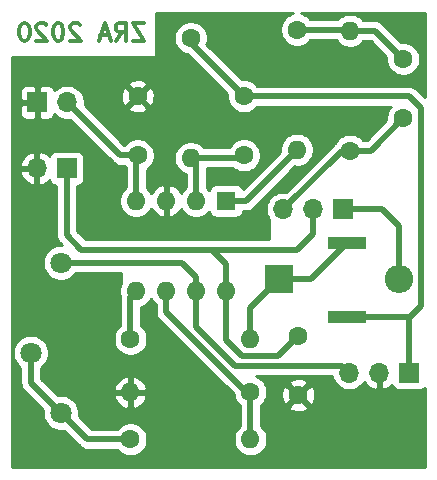
<source format=gbr>
%TF.GenerationSoftware,KiCad,Pcbnew,5.1.7*%
%TF.CreationDate,2020-10-29T20:50:23-04:00*%
%TF.ProjectId,zero_resistance_ammeter,7a65726f-5f72-4657-9369-7374616e6365,rev?*%
%TF.SameCoordinates,PX903e450PY3a5d680*%
%TF.FileFunction,Copper,L2,Bot*%
%TF.FilePolarity,Positive*%
%FSLAX46Y46*%
G04 Gerber Fmt 4.6, Leading zero omitted, Abs format (unit mm)*
G04 Created by KiCad (PCBNEW 5.1.7) date 2020-10-29 20:50:23*
%MOMM*%
%LPD*%
G01*
G04 APERTURE LIST*
%TA.AperFunction,NonConductor*%
%ADD10C,0.300000*%
%TD*%
%TA.AperFunction,ComponentPad*%
%ADD11O,1.700000X1.700000*%
%TD*%
%TA.AperFunction,ComponentPad*%
%ADD12R,1.700000X1.700000*%
%TD*%
%TA.AperFunction,ComponentPad*%
%ADD13C,1.800000*%
%TD*%
%TA.AperFunction,ComponentPad*%
%ADD14C,1.600000*%
%TD*%
%TA.AperFunction,ComponentPad*%
%ADD15R,2.400000X2.400000*%
%TD*%
%TA.AperFunction,ComponentPad*%
%ADD16O,2.400000X2.400000*%
%TD*%
%TA.AperFunction,ComponentPad*%
%ADD17O,1.600000X1.600000*%
%TD*%
%TA.AperFunction,SMDPad,CuDef*%
%ADD18R,3.200000X1.000000*%
%TD*%
%TA.AperFunction,ComponentPad*%
%ADD19R,1.600000X1.600000*%
%TD*%
%TA.AperFunction,Conductor*%
%ADD20C,0.500000*%
%TD*%
%TA.AperFunction,Conductor*%
%ADD21C,0.254000*%
%TD*%
%TA.AperFunction,Conductor*%
%ADD22C,0.100000*%
%TD*%
G04 APERTURE END LIST*
D10*
X-24428572Y-1478571D02*
X-25428572Y-1478571D01*
X-24428572Y-2978571D01*
X-25428572Y-2978571D01*
X-26857143Y-2978571D02*
X-26357143Y-2264285D01*
X-26000000Y-2978571D02*
X-26000000Y-1478571D01*
X-26571429Y-1478571D01*
X-26714286Y-1550000D01*
X-26785715Y-1621428D01*
X-26857143Y-1764285D01*
X-26857143Y-1978571D01*
X-26785715Y-2121428D01*
X-26714286Y-2192857D01*
X-26571429Y-2264285D01*
X-26000000Y-2264285D01*
X-27428572Y-2550000D02*
X-28142858Y-2550000D01*
X-27285715Y-2978571D02*
X-27785715Y-1478571D01*
X-28285715Y-2978571D01*
X-29857143Y-1621428D02*
X-29928572Y-1550000D01*
X-30071429Y-1478571D01*
X-30428572Y-1478571D01*
X-30571429Y-1550000D01*
X-30642858Y-1621428D01*
X-30714286Y-1764285D01*
X-30714286Y-1907142D01*
X-30642858Y-2121428D01*
X-29785715Y-2978571D01*
X-30714286Y-2978571D01*
X-31642858Y-1478571D02*
X-31785715Y-1478571D01*
X-31928572Y-1550000D01*
X-32000000Y-1621428D01*
X-32071429Y-1764285D01*
X-32142858Y-2050000D01*
X-32142858Y-2407142D01*
X-32071429Y-2692857D01*
X-32000000Y-2835714D01*
X-31928572Y-2907142D01*
X-31785715Y-2978571D01*
X-31642858Y-2978571D01*
X-31500000Y-2907142D01*
X-31428572Y-2835714D01*
X-31357143Y-2692857D01*
X-31285715Y-2407142D01*
X-31285715Y-2050000D01*
X-31357143Y-1764285D01*
X-31428572Y-1621428D01*
X-31500000Y-1550000D01*
X-31642858Y-1478571D01*
X-32714286Y-1621428D02*
X-32785715Y-1550000D01*
X-32928572Y-1478571D01*
X-33285715Y-1478571D01*
X-33428572Y-1550000D01*
X-33500000Y-1621428D01*
X-33571429Y-1764285D01*
X-33571429Y-1907142D01*
X-33500000Y-2121428D01*
X-32642858Y-2978571D01*
X-33571429Y-2978571D01*
X-34500000Y-1478571D02*
X-34642858Y-1478571D01*
X-34785715Y-1550000D01*
X-34857143Y-1621428D01*
X-34928572Y-1764285D01*
X-35000000Y-2050000D01*
X-35000000Y-2407142D01*
X-34928572Y-2692857D01*
X-34857143Y-2835714D01*
X-34785715Y-2907142D01*
X-34642858Y-2978571D01*
X-34500000Y-2978571D01*
X-34357143Y-2907142D01*
X-34285715Y-2835714D01*
X-34214286Y-2692857D01*
X-34142858Y-2407142D01*
X-34142858Y-2050000D01*
X-34214286Y-1764285D01*
X-34285715Y-1621428D01*
X-34357143Y-1550000D01*
X-34500000Y-1478571D01*
D11*
%TO.P,J1,3*%
%TO.N,Net-(J1-Pad3)*%
X-7080000Y-31100000D03*
%TO.P,J1,2*%
%TO.N,GND*%
X-4540000Y-31100000D03*
D12*
%TO.P,J1,1*%
%TO.N,Net-(C4-Pad2)*%
X-2000000Y-31100000D03*
%TD*%
D13*
%TO.P,RV1,1*%
%TO.N,Net-(J1-Pad3)*%
X-31500000Y-21800000D03*
%TO.P,RV1,2*%
%TO.N,Net-(R7-Pad1)*%
X-34040000Y-29420000D03*
%TO.P,RV1,3*%
X-31500000Y-34500000D03*
%TD*%
D12*
%TO.P,BT1,1*%
%TO.N,+BATT*%
X-31000000Y-13800000D03*
D11*
%TO.P,BT1,2*%
%TO.N,GND*%
X-33540000Y-13800000D03*
%TD*%
%TO.P,BT2,2*%
%TO.N,-BATT*%
X-30960000Y-8200000D03*
D12*
%TO.P,BT2,1*%
%TO.N,GND*%
X-33500000Y-8200000D03*
%TD*%
D14*
%TO.P,C1,2*%
%TO.N,GND*%
X-11400000Y-33000000D03*
%TO.P,C1,1*%
%TO.N,+BATT*%
X-11400000Y-28000000D03*
%TD*%
%TO.P,C2,2*%
%TO.N,-BATT*%
X-25000000Y-12700000D03*
%TO.P,C2,1*%
%TO.N,GND*%
X-25000000Y-7700000D03*
%TD*%
%TO.P,C3,1*%
%TO.N,Net-(C3-Pad1)*%
X-2500000Y-4550000D03*
%TO.P,C3,2*%
%TO.N,Net-(C3-Pad2)*%
X-2500000Y-9550000D03*
%TD*%
%TO.P,C4,1*%
%TO.N,Net-(C4-Pad1)*%
X-16000000Y-12700000D03*
%TO.P,C4,2*%
%TO.N,Net-(C4-Pad2)*%
X-16000000Y-7700000D03*
%TD*%
D15*
%TO.P,D1,1*%
%TO.N,Net-(D1-Pad1)*%
X-13000000Y-23200000D03*
D16*
%TO.P,D1,2*%
%TO.N,Net-(D1-Pad2)*%
X-2840000Y-23200000D03*
%TD*%
D12*
%TO.P,Q1,1*%
%TO.N,Net-(D1-Pad2)*%
X-7600000Y-17250000D03*
D11*
%TO.P,Q1,2*%
%TO.N,+BATT*%
X-10140000Y-17250000D03*
%TO.P,Q1,3*%
%TO.N,Net-(C3-Pad2)*%
X-12680000Y-17250000D03*
%TD*%
D14*
%TO.P,R1,1*%
%TO.N,Net-(C3-Pad1)*%
X-11500000Y-2050000D03*
D17*
%TO.P,R1,2*%
%TO.N,Net-(R1-Pad2)*%
X-11500000Y-12210000D03*
%TD*%
%TO.P,R2,2*%
%TO.N,Net-(C3-Pad1)*%
X-7000000Y-2140000D03*
D14*
%TO.P,R2,1*%
%TO.N,Net-(C3-Pad2)*%
X-7000000Y-12300000D03*
%TD*%
D17*
%TO.P,R3,2*%
%TO.N,Net-(C4-Pad1)*%
X-20500000Y-12910000D03*
D14*
%TO.P,R3,1*%
%TO.N,Net-(C4-Pad2)*%
X-20500000Y-2750000D03*
%TD*%
D18*
%TO.P,R4,2*%
%TO.N,Net-(C4-Pad2)*%
X-7300000Y-26350000D03*
%TO.P,R4,1*%
%TO.N,Net-(D1-Pad1)*%
X-7300000Y-20150000D03*
%TD*%
D17*
%TO.P,R5,2*%
%TO.N,Net-(D1-Pad1)*%
X-15440000Y-28250000D03*
D14*
%TO.P,R5,1*%
%TO.N,Net-(R5-Pad1)*%
X-25600000Y-28250000D03*
%TD*%
%TO.P,R6,1*%
%TO.N,Net-(R6-Pad1)*%
X-15450000Y-32750000D03*
D17*
%TO.P,R6,2*%
%TO.N,GND*%
X-25610000Y-32750000D03*
%TD*%
D14*
%TO.P,R7,1*%
%TO.N,Net-(R7-Pad1)*%
X-25600000Y-36750000D03*
D17*
%TO.P,R7,2*%
%TO.N,Net-(R6-Pad1)*%
X-15440000Y-36750000D03*
%TD*%
D19*
%TO.P,U1,1*%
%TO.N,Net-(R1-Pad2)*%
X-17500000Y-16550000D03*
D17*
%TO.P,U1,5*%
%TO.N,Net-(R5-Pad1)*%
X-25120000Y-24170000D03*
%TO.P,U1,2*%
%TO.N,Net-(C4-Pad1)*%
X-20040000Y-16550000D03*
%TO.P,U1,6*%
%TO.N,Net-(R6-Pad1)*%
X-22580000Y-24170000D03*
%TO.P,U1,3*%
%TO.N,GND*%
X-22580000Y-16550000D03*
%TO.P,U1,7*%
%TO.N,Net-(J1-Pad3)*%
X-20040000Y-24170000D03*
%TO.P,U1,4*%
%TO.N,-BATT*%
X-25120000Y-16550000D03*
%TO.P,U1,8*%
%TO.N,+BATT*%
X-17500000Y-24170000D03*
%TD*%
D20*
%TO.N,+BATT*%
X-31000000Y-13800000D02*
X-31000000Y-19450000D01*
X-31000000Y-19450000D02*
X-29750000Y-20700000D01*
X-17500000Y-21900000D02*
X-17500000Y-24170000D01*
X-18700000Y-20700000D02*
X-17500000Y-21900000D01*
X-19050000Y-20700000D02*
X-18700000Y-20700000D01*
X-29750000Y-20700000D02*
X-19050000Y-20700000D01*
X-11500000Y-20700000D02*
X-19050000Y-20700000D01*
X-10140000Y-19340000D02*
X-11500000Y-20700000D01*
X-10140000Y-17250000D02*
X-10140000Y-19340000D01*
X-13100000Y-29700000D02*
X-11400000Y-28000000D01*
X-16150000Y-29700000D02*
X-13100000Y-29700000D01*
X-17500000Y-28350000D02*
X-16150000Y-29700000D01*
X-17500000Y-24170000D02*
X-17500000Y-28350000D01*
%TO.N,-BATT*%
X-25120000Y-12320000D02*
X-25000000Y-12200000D01*
X-25120000Y-12820000D02*
X-25000000Y-12700000D01*
X-25120000Y-16550000D02*
X-25120000Y-12820000D01*
X-26460000Y-12700000D02*
X-30960000Y-8200000D01*
X-25000000Y-12700000D02*
X-26460000Y-12700000D01*
%TO.N,Net-(C3-Pad1)*%
X-7090000Y-2050000D02*
X-7000000Y-2140000D01*
X-11500000Y-2050000D02*
X-7090000Y-2050000D01*
X-4910000Y-2140000D02*
X-2500000Y-4550000D01*
X-7000000Y-2140000D02*
X-4910000Y-2140000D01*
%TO.N,Net-(C3-Pad2)*%
X-5250000Y-12300000D02*
X-2500000Y-9550000D01*
X-7000000Y-12300000D02*
X-5250000Y-12300000D01*
X-7730000Y-12300000D02*
X-12680000Y-17250000D01*
X-7000000Y-12300000D02*
X-7730000Y-12300000D01*
%TO.N,Net-(C4-Pad1)*%
X-20040000Y-13370000D02*
X-20500000Y-12910000D01*
X-20040000Y-16550000D02*
X-20040000Y-13370000D01*
X-16210000Y-12910000D02*
X-16000000Y-12700000D01*
X-20500000Y-12910000D02*
X-16210000Y-12910000D01*
%TO.N,Net-(C4-Pad2)*%
X-20500000Y-3200000D02*
X-16000000Y-7700000D01*
X-20500000Y-2750000D02*
X-20500000Y-3200000D01*
X-1900000Y-26350000D02*
X-7300000Y-26350000D01*
X-1000000Y-25450000D02*
X-1900000Y-26350000D01*
X-1000000Y-8700000D02*
X-1000000Y-25450000D01*
X-2000000Y-7700000D02*
X-1000000Y-8700000D01*
X-16000000Y-7700000D02*
X-2000000Y-7700000D01*
X-2000000Y-26450000D02*
X-1900000Y-26350000D01*
X-2000000Y-31100000D02*
X-2000000Y-26450000D01*
%TO.N,Net-(D1-Pad1)*%
X-10350000Y-23200000D02*
X-7300000Y-20150000D01*
X-13000000Y-23200000D02*
X-10350000Y-23200000D01*
X-15440000Y-25640000D02*
X-13000000Y-23200000D01*
X-15440000Y-28250000D02*
X-15440000Y-25640000D01*
%TO.N,Net-(D1-Pad2)*%
X-2840000Y-23200000D02*
X-2840000Y-18710000D01*
X-4300000Y-17250000D02*
X-7600000Y-17250000D01*
X-2840000Y-18710000D02*
X-4300000Y-17250000D01*
%TO.N,Net-(J1-Pad3)*%
X-20040000Y-24170000D02*
X-20040000Y-23010000D01*
X-21250000Y-21800000D02*
X-31500000Y-21800000D01*
X-20040000Y-23010000D02*
X-21250000Y-21800000D01*
X-20040000Y-27210000D02*
X-20040000Y-24170000D01*
X-16750000Y-30500000D02*
X-20040000Y-27210000D01*
X-7680000Y-30500000D02*
X-16750000Y-30500000D01*
X-7080000Y-31100000D02*
X-7680000Y-30500000D01*
%TO.N,Net-(R1-Pad2)*%
X-15840000Y-16550000D02*
X-11500000Y-12210000D01*
X-17500000Y-16550000D02*
X-15840000Y-16550000D01*
%TO.N,Net-(R5-Pad1)*%
X-25600000Y-24650000D02*
X-25120000Y-24170000D01*
X-25600000Y-28250000D02*
X-25600000Y-24650000D01*
%TO.N,Net-(R6-Pad1)*%
X-15440000Y-32760000D02*
X-15450000Y-32750000D01*
X-15440000Y-36750000D02*
X-15440000Y-32760000D01*
X-22580000Y-25970000D02*
X-22580000Y-24170000D01*
X-15800000Y-32750000D02*
X-22580000Y-25970000D01*
X-15450000Y-32750000D02*
X-15800000Y-32750000D01*
%TO.N,Net-(R7-Pad1)*%
X-34040000Y-31960000D02*
X-31500000Y-34500000D01*
X-34040000Y-29420000D02*
X-34040000Y-31960000D01*
X-29250000Y-36750000D02*
X-31500000Y-34500000D01*
X-25600000Y-36750000D02*
X-29250000Y-36750000D01*
%TD*%
D21*
%TO.N,GND*%
X-11918574Y-670147D02*
X-12179727Y-778320D01*
X-12414759Y-935363D01*
X-12614637Y-1135241D01*
X-12771680Y-1370273D01*
X-12879853Y-1631426D01*
X-12935000Y-1908665D01*
X-12935000Y-2191335D01*
X-12879853Y-2468574D01*
X-12771680Y-2729727D01*
X-12614637Y-2964759D01*
X-12414759Y-3164637D01*
X-12179727Y-3321680D01*
X-11918574Y-3429853D01*
X-11641335Y-3485000D01*
X-11358665Y-3485000D01*
X-11081426Y-3429853D01*
X-10820273Y-3321680D01*
X-10585241Y-3164637D01*
X-10385363Y-2964759D01*
X-10365479Y-2935000D01*
X-8194657Y-2935000D01*
X-8114637Y-3054759D01*
X-7914759Y-3254637D01*
X-7679727Y-3411680D01*
X-7418574Y-3519853D01*
X-7141335Y-3575000D01*
X-6858665Y-3575000D01*
X-6581426Y-3519853D01*
X-6320273Y-3411680D01*
X-6085241Y-3254637D01*
X-5885363Y-3054759D01*
X-5865479Y-3025000D01*
X-5276578Y-3025000D01*
X-3928017Y-4373561D01*
X-3935000Y-4408665D01*
X-3935000Y-4691335D01*
X-3879853Y-4968574D01*
X-3771680Y-5229727D01*
X-3614637Y-5464759D01*
X-3414759Y-5664637D01*
X-3179727Y-5821680D01*
X-2918574Y-5929853D01*
X-2641335Y-5985000D01*
X-2358665Y-5985000D01*
X-2081426Y-5929853D01*
X-1820273Y-5821680D01*
X-1585241Y-5664637D01*
X-1385363Y-5464759D01*
X-1228320Y-5229727D01*
X-1120147Y-4968574D01*
X-1065000Y-4691335D01*
X-1065000Y-4408665D01*
X-1120147Y-4131426D01*
X-1228320Y-3870273D01*
X-1385363Y-3635241D01*
X-1585241Y-3435363D01*
X-1820273Y-3278320D01*
X-2081426Y-3170147D01*
X-2358665Y-3115000D01*
X-2641335Y-3115000D01*
X-2676439Y-3121983D01*
X-4253468Y-1544954D01*
X-4281183Y-1511183D01*
X-4415941Y-1400589D01*
X-4569687Y-1318411D01*
X-4736510Y-1267805D01*
X-4866523Y-1255000D01*
X-4866531Y-1255000D01*
X-4910000Y-1250719D01*
X-4953469Y-1255000D01*
X-5865479Y-1255000D01*
X-5885363Y-1225241D01*
X-6085241Y-1025363D01*
X-6320273Y-868320D01*
X-6581426Y-760147D01*
X-6858665Y-705000D01*
X-7141335Y-705000D01*
X-7418574Y-760147D01*
X-7679727Y-868320D01*
X-7914759Y-1025363D01*
X-8054396Y-1165000D01*
X-10365479Y-1165000D01*
X-10385363Y-1135241D01*
X-10585241Y-935363D01*
X-10820273Y-778320D01*
X-11081426Y-670147D01*
X-11132438Y-660000D01*
X-660000Y-660000D01*
X-660000Y-7788421D01*
X-1343466Y-7104956D01*
X-1371183Y-7071183D01*
X-1505941Y-6960589D01*
X-1659687Y-6878411D01*
X-1826510Y-6827805D01*
X-1956523Y-6815000D01*
X-1956531Y-6815000D01*
X-2000000Y-6810719D01*
X-2043469Y-6815000D01*
X-14865479Y-6815000D01*
X-14885363Y-6785241D01*
X-15085241Y-6585363D01*
X-15320273Y-6428320D01*
X-15581426Y-6320147D01*
X-15858665Y-6265000D01*
X-16141335Y-6265000D01*
X-16176439Y-6271983D01*
X-19166922Y-3281500D01*
X-19120147Y-3168574D01*
X-19065000Y-2891335D01*
X-19065000Y-2608665D01*
X-19120147Y-2331426D01*
X-19228320Y-2070273D01*
X-19385363Y-1835241D01*
X-19585241Y-1635363D01*
X-19820273Y-1478320D01*
X-20081426Y-1370147D01*
X-20358665Y-1315000D01*
X-20641335Y-1315000D01*
X-20918574Y-1370147D01*
X-21179727Y-1478320D01*
X-21414759Y-1635363D01*
X-21614637Y-1835241D01*
X-21771680Y-2070273D01*
X-21879853Y-2331426D01*
X-21935000Y-2608665D01*
X-21935000Y-2891335D01*
X-21879853Y-3168574D01*
X-21771680Y-3429727D01*
X-21614637Y-3664759D01*
X-21414759Y-3864637D01*
X-21179727Y-4021680D01*
X-20918574Y-4129853D01*
X-20797677Y-4153901D01*
X-17428017Y-7523561D01*
X-17435000Y-7558665D01*
X-17435000Y-7841335D01*
X-17379853Y-8118574D01*
X-17271680Y-8379727D01*
X-17114637Y-8614759D01*
X-16914759Y-8814637D01*
X-16679727Y-8971680D01*
X-16418574Y-9079853D01*
X-16141335Y-9135000D01*
X-15858665Y-9135000D01*
X-15581426Y-9079853D01*
X-15320273Y-8971680D01*
X-15085241Y-8814637D01*
X-14885363Y-8614759D01*
X-14865479Y-8585000D01*
X-3564396Y-8585000D01*
X-3614637Y-8635241D01*
X-3771680Y-8870273D01*
X-3879853Y-9131426D01*
X-3935000Y-9408665D01*
X-3935000Y-9691335D01*
X-3928017Y-9726439D01*
X-5616578Y-11415000D01*
X-5865479Y-11415000D01*
X-5885363Y-11385241D01*
X-6085241Y-11185363D01*
X-6320273Y-11028320D01*
X-6581426Y-10920147D01*
X-6858665Y-10865000D01*
X-7141335Y-10865000D01*
X-7418574Y-10920147D01*
X-7679727Y-11028320D01*
X-7914759Y-11185363D01*
X-8114637Y-11385241D01*
X-8241200Y-11574657D01*
X-8325047Y-11643468D01*
X-8325049Y-11643470D01*
X-8358817Y-11671183D01*
X-8386530Y-11704951D01*
X-12461039Y-15779461D01*
X-12533740Y-15765000D01*
X-12826260Y-15765000D01*
X-13113158Y-15822068D01*
X-13383411Y-15934010D01*
X-13626632Y-16096525D01*
X-13833475Y-16303368D01*
X-13995990Y-16546589D01*
X-14107932Y-16816842D01*
X-14165000Y-17103740D01*
X-14165000Y-17396260D01*
X-14107932Y-17683158D01*
X-13995990Y-17953411D01*
X-13877000Y-18131492D01*
X-13877000Y-19815000D01*
X-18656531Y-19815000D01*
X-18700000Y-19810719D01*
X-18743469Y-19815000D01*
X-29383421Y-19815000D01*
X-30115000Y-19083422D01*
X-30115000Y-15284625D01*
X-30025518Y-15275812D01*
X-29905820Y-15239502D01*
X-29795506Y-15180537D01*
X-29698815Y-15101185D01*
X-29619463Y-15004494D01*
X-29560498Y-14894180D01*
X-29524188Y-14774482D01*
X-29511928Y-14650000D01*
X-29511928Y-12950000D01*
X-29524188Y-12825518D01*
X-29560498Y-12705820D01*
X-29619463Y-12595506D01*
X-29698815Y-12498815D01*
X-29795506Y-12419463D01*
X-29905820Y-12360498D01*
X-30025518Y-12324188D01*
X-30150000Y-12311928D01*
X-31850000Y-12311928D01*
X-31974482Y-12324188D01*
X-32094180Y-12360498D01*
X-32204494Y-12419463D01*
X-32301185Y-12498815D01*
X-32380537Y-12595506D01*
X-32439502Y-12705820D01*
X-32463966Y-12786466D01*
X-32539731Y-12702412D01*
X-32773080Y-12528359D01*
X-33035901Y-12403175D01*
X-33183110Y-12358524D01*
X-33413000Y-12479845D01*
X-33413000Y-13673000D01*
X-33393000Y-13673000D01*
X-33393000Y-13927000D01*
X-33413000Y-13927000D01*
X-33413000Y-15120155D01*
X-33183110Y-15241476D01*
X-33035901Y-15196825D01*
X-32773080Y-15071641D01*
X-32539731Y-14897588D01*
X-32463966Y-14813534D01*
X-32439502Y-14894180D01*
X-32380537Y-15004494D01*
X-32301185Y-15101185D01*
X-32204494Y-15180537D01*
X-32094180Y-15239502D01*
X-31974482Y-15275812D01*
X-31885000Y-15284625D01*
X-31884999Y-19406521D01*
X-31889281Y-19450000D01*
X-31872195Y-19623490D01*
X-31821588Y-19790313D01*
X-31739410Y-19944059D01*
X-31656532Y-20045046D01*
X-31656529Y-20045049D01*
X-31628816Y-20078817D01*
X-31595049Y-20106529D01*
X-31436578Y-20265000D01*
X-31651184Y-20265000D01*
X-31947743Y-20323989D01*
X-32227095Y-20439701D01*
X-32478505Y-20607688D01*
X-32692312Y-20821495D01*
X-32860299Y-21072905D01*
X-32976011Y-21352257D01*
X-33035000Y-21648816D01*
X-33035000Y-21951184D01*
X-32976011Y-22247743D01*
X-32860299Y-22527095D01*
X-32692312Y-22778505D01*
X-32478505Y-22992312D01*
X-32227095Y-23160299D01*
X-31947743Y-23276011D01*
X-31651184Y-23335000D01*
X-31348816Y-23335000D01*
X-31052257Y-23276011D01*
X-30772905Y-23160299D01*
X-30521495Y-22992312D01*
X-30307688Y-22778505D01*
X-30245210Y-22685000D01*
X-26377000Y-22685000D01*
X-26377000Y-23468303D01*
X-26391680Y-23490273D01*
X-26499853Y-23751426D01*
X-26555000Y-24028665D01*
X-26555000Y-24311335D01*
X-26499853Y-24588574D01*
X-26486424Y-24620994D01*
X-26489281Y-24650000D01*
X-26484999Y-24693479D01*
X-26485000Y-27115479D01*
X-26514759Y-27135363D01*
X-26714637Y-27335241D01*
X-26871680Y-27570273D01*
X-26979853Y-27831426D01*
X-27035000Y-28108665D01*
X-27035000Y-28391335D01*
X-26979853Y-28668574D01*
X-26871680Y-28929727D01*
X-26714637Y-29164759D01*
X-26514759Y-29364637D01*
X-26279727Y-29521680D01*
X-26018574Y-29629853D01*
X-25741335Y-29685000D01*
X-25458665Y-29685000D01*
X-25181426Y-29629853D01*
X-24920273Y-29521680D01*
X-24685241Y-29364637D01*
X-24485363Y-29164759D01*
X-24328320Y-28929727D01*
X-24220147Y-28668574D01*
X-24165000Y-28391335D01*
X-24165000Y-28108665D01*
X-24220147Y-27831426D01*
X-24328320Y-27570273D01*
X-24485363Y-27335241D01*
X-24685241Y-27135363D01*
X-24715000Y-27115479D01*
X-24715000Y-25552553D01*
X-24701426Y-25549853D01*
X-24440273Y-25441680D01*
X-24205241Y-25284637D01*
X-24005363Y-25084759D01*
X-23850000Y-24852241D01*
X-23694637Y-25084759D01*
X-23494759Y-25284637D01*
X-23465000Y-25304522D01*
X-23465000Y-25926531D01*
X-23469281Y-25970000D01*
X-23465000Y-26013469D01*
X-23465000Y-26013476D01*
X-23455524Y-26109687D01*
X-23452195Y-26143490D01*
X-23436843Y-26194096D01*
X-23401589Y-26310312D01*
X-23319411Y-26464058D01*
X-23208817Y-26598817D01*
X-23175044Y-26626534D01*
X-16878732Y-32922847D01*
X-16829853Y-33168574D01*
X-16721680Y-33429727D01*
X-16564637Y-33664759D01*
X-16364759Y-33864637D01*
X-16324999Y-33891204D01*
X-16325000Y-35615479D01*
X-16354759Y-35635363D01*
X-16554637Y-35835241D01*
X-16711680Y-36070273D01*
X-16819853Y-36331426D01*
X-16875000Y-36608665D01*
X-16875000Y-36891335D01*
X-16819853Y-37168574D01*
X-16711680Y-37429727D01*
X-16554637Y-37664759D01*
X-16354759Y-37864637D01*
X-16119727Y-38021680D01*
X-15858574Y-38129853D01*
X-15581335Y-38185000D01*
X-15298665Y-38185000D01*
X-15021426Y-38129853D01*
X-14760273Y-38021680D01*
X-14525241Y-37864637D01*
X-14325363Y-37664759D01*
X-14168320Y-37429727D01*
X-14060147Y-37168574D01*
X-14005000Y-36891335D01*
X-14005000Y-36608665D01*
X-14060147Y-36331426D01*
X-14168320Y-36070273D01*
X-14325363Y-35835241D01*
X-14525241Y-35635363D01*
X-14555000Y-35615479D01*
X-14555000Y-33992702D01*
X-12213097Y-33992702D01*
X-12141514Y-34236671D01*
X-11886004Y-34357571D01*
X-11611816Y-34426300D01*
X-11329488Y-34440217D01*
X-11049870Y-34398787D01*
X-10783708Y-34303603D01*
X-10658486Y-34236671D01*
X-10586903Y-33992702D01*
X-11400000Y-33179605D01*
X-12213097Y-33992702D01*
X-14555000Y-33992702D01*
X-14555000Y-33877840D01*
X-14535241Y-33864637D01*
X-14335363Y-33664759D01*
X-14178320Y-33429727D01*
X-14070147Y-33168574D01*
X-14050641Y-33070512D01*
X-12840217Y-33070512D01*
X-12798787Y-33350130D01*
X-12703603Y-33616292D01*
X-12636671Y-33741514D01*
X-12392702Y-33813097D01*
X-11579605Y-33000000D01*
X-11220395Y-33000000D01*
X-10407298Y-33813097D01*
X-10163329Y-33741514D01*
X-10042429Y-33486004D01*
X-9973700Y-33211816D01*
X-9959783Y-32929488D01*
X-10001213Y-32649870D01*
X-10096397Y-32383708D01*
X-10163329Y-32258486D01*
X-10407298Y-32186903D01*
X-11220395Y-33000000D01*
X-11579605Y-33000000D01*
X-12392702Y-32186903D01*
X-12636671Y-32258486D01*
X-12757571Y-32513996D01*
X-12826300Y-32788184D01*
X-12840217Y-33070512D01*
X-14050641Y-33070512D01*
X-14015000Y-32891335D01*
X-14015000Y-32608665D01*
X-14070147Y-32331426D01*
X-14178320Y-32070273D01*
X-14220398Y-32007298D01*
X-12213097Y-32007298D01*
X-11400000Y-32820395D01*
X-10586903Y-32007298D01*
X-10658486Y-31763329D01*
X-10913996Y-31642429D01*
X-11188184Y-31573700D01*
X-11470512Y-31559783D01*
X-11750130Y-31601213D01*
X-12016292Y-31696397D01*
X-12141514Y-31763329D01*
X-12213097Y-32007298D01*
X-14220398Y-32007298D01*
X-14335363Y-31835241D01*
X-14535241Y-31635363D01*
X-14770273Y-31478320D01*
X-14995568Y-31385000D01*
X-8537403Y-31385000D01*
X-8507932Y-31533158D01*
X-8395990Y-31803411D01*
X-8233475Y-32046632D01*
X-8026632Y-32253475D01*
X-7783411Y-32415990D01*
X-7513158Y-32527932D01*
X-7226260Y-32585000D01*
X-6933740Y-32585000D01*
X-6646842Y-32527932D01*
X-6376589Y-32415990D01*
X-6133368Y-32253475D01*
X-5926525Y-32046632D01*
X-5804805Y-31864466D01*
X-5735178Y-31981355D01*
X-5540269Y-32197588D01*
X-5306920Y-32371641D01*
X-5044099Y-32496825D01*
X-4896890Y-32541476D01*
X-4667000Y-32420155D01*
X-4667000Y-31227000D01*
X-4687000Y-31227000D01*
X-4687000Y-30973000D01*
X-4667000Y-30973000D01*
X-4667000Y-30953000D01*
X-4413000Y-30953000D01*
X-4413000Y-30973000D01*
X-4393000Y-30973000D01*
X-4393000Y-31227000D01*
X-4413000Y-31227000D01*
X-4413000Y-32420155D01*
X-4183110Y-32541476D01*
X-4035901Y-32496825D01*
X-3773080Y-32371641D01*
X-3539731Y-32197588D01*
X-3463966Y-32113534D01*
X-3439502Y-32194180D01*
X-3380537Y-32304494D01*
X-3301185Y-32401185D01*
X-3204494Y-32480537D01*
X-3094180Y-32539502D01*
X-2974482Y-32575812D01*
X-2850000Y-32588072D01*
X-1150000Y-32588072D01*
X-1025518Y-32575812D01*
X-905820Y-32539502D01*
X-795506Y-32480537D01*
X-698815Y-32401185D01*
X-659999Y-32353888D01*
X-659999Y-39090000D01*
X-35640000Y-39090000D01*
X-35640000Y-29268816D01*
X-35575000Y-29268816D01*
X-35575000Y-29571184D01*
X-35516011Y-29867743D01*
X-35400299Y-30147095D01*
X-35232312Y-30398505D01*
X-35018505Y-30612312D01*
X-34925000Y-30674790D01*
X-34924999Y-31916521D01*
X-34929281Y-31960000D01*
X-34912195Y-32133490D01*
X-34861588Y-32300313D01*
X-34779410Y-32454059D01*
X-34696532Y-32555046D01*
X-34696529Y-32555049D01*
X-34668816Y-32588817D01*
X-34635049Y-32616529D01*
X-33013060Y-34238518D01*
X-33035000Y-34348816D01*
X-33035000Y-34651184D01*
X-32976011Y-34947743D01*
X-32860299Y-35227095D01*
X-32692312Y-35478505D01*
X-32478505Y-35692312D01*
X-32227095Y-35860299D01*
X-31947743Y-35976011D01*
X-31651184Y-36035000D01*
X-31348816Y-36035000D01*
X-31238518Y-36013060D01*
X-29906530Y-37345049D01*
X-29878817Y-37378817D01*
X-29845049Y-37406530D01*
X-29845047Y-37406532D01*
X-29744059Y-37489411D01*
X-29590314Y-37571589D01*
X-29423490Y-37622195D01*
X-29293477Y-37635000D01*
X-29293469Y-37635000D01*
X-29250000Y-37639281D01*
X-29206531Y-37635000D01*
X-26734521Y-37635000D01*
X-26714637Y-37664759D01*
X-26514759Y-37864637D01*
X-26279727Y-38021680D01*
X-26018574Y-38129853D01*
X-25741335Y-38185000D01*
X-25458665Y-38185000D01*
X-25181426Y-38129853D01*
X-24920273Y-38021680D01*
X-24685241Y-37864637D01*
X-24485363Y-37664759D01*
X-24328320Y-37429727D01*
X-24220147Y-37168574D01*
X-24165000Y-36891335D01*
X-24165000Y-36608665D01*
X-24220147Y-36331426D01*
X-24328320Y-36070273D01*
X-24485363Y-35835241D01*
X-24685241Y-35635363D01*
X-24920273Y-35478320D01*
X-25181426Y-35370147D01*
X-25458665Y-35315000D01*
X-25741335Y-35315000D01*
X-26018574Y-35370147D01*
X-26279727Y-35478320D01*
X-26514759Y-35635363D01*
X-26714637Y-35835241D01*
X-26734521Y-35865000D01*
X-28883421Y-35865000D01*
X-29986940Y-34761482D01*
X-29965000Y-34651184D01*
X-29965000Y-34348816D01*
X-30023989Y-34052257D01*
X-30139701Y-33772905D01*
X-30307688Y-33521495D01*
X-30521495Y-33307688D01*
X-30772905Y-33139701D01*
X-30871071Y-33099039D01*
X-27001904Y-33099039D01*
X-26961246Y-33233087D01*
X-26841037Y-33487420D01*
X-26673519Y-33713414D01*
X-26465131Y-33902385D01*
X-26223881Y-34047070D01*
X-25959040Y-34141909D01*
X-25737000Y-34020624D01*
X-25737000Y-32877000D01*
X-25483000Y-32877000D01*
X-25483000Y-34020624D01*
X-25260960Y-34141909D01*
X-24996119Y-34047070D01*
X-24754869Y-33902385D01*
X-24546481Y-33713414D01*
X-24378963Y-33487420D01*
X-24258754Y-33233087D01*
X-24218096Y-33099039D01*
X-24340085Y-32877000D01*
X-25483000Y-32877000D01*
X-25737000Y-32877000D01*
X-26879915Y-32877000D01*
X-27001904Y-33099039D01*
X-30871071Y-33099039D01*
X-31052257Y-33023989D01*
X-31348816Y-32965000D01*
X-31651184Y-32965000D01*
X-31761482Y-32986940D01*
X-32347461Y-32400961D01*
X-27001904Y-32400961D01*
X-26879915Y-32623000D01*
X-25737000Y-32623000D01*
X-25737000Y-31479376D01*
X-25483000Y-31479376D01*
X-25483000Y-32623000D01*
X-24340085Y-32623000D01*
X-24218096Y-32400961D01*
X-24258754Y-32266913D01*
X-24378963Y-32012580D01*
X-24546481Y-31786586D01*
X-24754869Y-31597615D01*
X-24996119Y-31452930D01*
X-25260960Y-31358091D01*
X-25483000Y-31479376D01*
X-25737000Y-31479376D01*
X-25959040Y-31358091D01*
X-26223881Y-31452930D01*
X-26465131Y-31597615D01*
X-26673519Y-31786586D01*
X-26841037Y-32012580D01*
X-26961246Y-32266913D01*
X-27001904Y-32400961D01*
X-32347461Y-32400961D01*
X-33155000Y-31593422D01*
X-33155000Y-30674790D01*
X-33061495Y-30612312D01*
X-32847688Y-30398505D01*
X-32679701Y-30147095D01*
X-32563989Y-29867743D01*
X-32505000Y-29571184D01*
X-32505000Y-29268816D01*
X-32563989Y-28972257D01*
X-32679701Y-28692905D01*
X-32847688Y-28441495D01*
X-33061495Y-28227688D01*
X-33312905Y-28059701D01*
X-33592257Y-27943989D01*
X-33888816Y-27885000D01*
X-34191184Y-27885000D01*
X-34487743Y-27943989D01*
X-34767095Y-28059701D01*
X-35018505Y-28227688D01*
X-35232312Y-28441495D01*
X-35400299Y-28692905D01*
X-35516011Y-28972257D01*
X-35575000Y-29268816D01*
X-35640000Y-29268816D01*
X-35640000Y-14156891D01*
X-34981481Y-14156891D01*
X-34884157Y-14431252D01*
X-34735178Y-14681355D01*
X-34540269Y-14897588D01*
X-34306920Y-15071641D01*
X-34044099Y-15196825D01*
X-33896890Y-15241476D01*
X-33667000Y-15120155D01*
X-33667000Y-13927000D01*
X-34860814Y-13927000D01*
X-34981481Y-14156891D01*
X-35640000Y-14156891D01*
X-35640000Y-13443109D01*
X-34981481Y-13443109D01*
X-34860814Y-13673000D01*
X-33667000Y-13673000D01*
X-33667000Y-12479845D01*
X-33896890Y-12358524D01*
X-34044099Y-12403175D01*
X-34306920Y-12528359D01*
X-34540269Y-12702412D01*
X-34735178Y-12918645D01*
X-34884157Y-13168748D01*
X-34981481Y-13443109D01*
X-35640000Y-13443109D01*
X-35640000Y-9050000D01*
X-34988072Y-9050000D01*
X-34975812Y-9174482D01*
X-34939502Y-9294180D01*
X-34880537Y-9404494D01*
X-34801185Y-9501185D01*
X-34704494Y-9580537D01*
X-34594180Y-9639502D01*
X-34474482Y-9675812D01*
X-34350000Y-9688072D01*
X-33785750Y-9685000D01*
X-33627000Y-9526250D01*
X-33627000Y-8327000D01*
X-34826250Y-8327000D01*
X-34985000Y-8485750D01*
X-34988072Y-9050000D01*
X-35640000Y-9050000D01*
X-35640000Y-7350000D01*
X-34988072Y-7350000D01*
X-34985000Y-7914250D01*
X-34826250Y-8073000D01*
X-33627000Y-8073000D01*
X-33627000Y-6873750D01*
X-33373000Y-6873750D01*
X-33373000Y-8073000D01*
X-33353000Y-8073000D01*
X-33353000Y-8327000D01*
X-33373000Y-8327000D01*
X-33373000Y-9526250D01*
X-33214250Y-9685000D01*
X-32650000Y-9688072D01*
X-32525518Y-9675812D01*
X-32405820Y-9639502D01*
X-32295506Y-9580537D01*
X-32198815Y-9501185D01*
X-32119463Y-9404494D01*
X-32060498Y-9294180D01*
X-32038487Y-9221620D01*
X-31906632Y-9353475D01*
X-31663411Y-9515990D01*
X-31393158Y-9627932D01*
X-31106260Y-9685000D01*
X-30813740Y-9685000D01*
X-30741039Y-9670539D01*
X-27116530Y-13295049D01*
X-27088817Y-13328817D01*
X-27055049Y-13356530D01*
X-27055047Y-13356532D01*
X-27038637Y-13369999D01*
X-26954059Y-13439411D01*
X-26800313Y-13521589D01*
X-26633490Y-13572195D01*
X-26503477Y-13585000D01*
X-26503467Y-13585000D01*
X-26460001Y-13589281D01*
X-26416534Y-13585000D01*
X-26134521Y-13585000D01*
X-26114637Y-13614759D01*
X-26004999Y-13724397D01*
X-26005000Y-15415479D01*
X-26034759Y-15435363D01*
X-26234637Y-15635241D01*
X-26391680Y-15870273D01*
X-26499853Y-16131426D01*
X-26555000Y-16408665D01*
X-26555000Y-16691335D01*
X-26499853Y-16968574D01*
X-26391680Y-17229727D01*
X-26234637Y-17464759D01*
X-26034759Y-17664637D01*
X-25799727Y-17821680D01*
X-25538574Y-17929853D01*
X-25261335Y-17985000D01*
X-24978665Y-17985000D01*
X-24701426Y-17929853D01*
X-24440273Y-17821680D01*
X-24205241Y-17664637D01*
X-24005363Y-17464759D01*
X-23848320Y-17229727D01*
X-23843933Y-17219135D01*
X-23732385Y-17405131D01*
X-23543414Y-17613519D01*
X-23317420Y-17781037D01*
X-23063087Y-17901246D01*
X-22929039Y-17941904D01*
X-22707000Y-17819915D01*
X-22707000Y-16677000D01*
X-22727000Y-16677000D01*
X-22727000Y-16423000D01*
X-22707000Y-16423000D01*
X-22707000Y-15280085D01*
X-22453000Y-15280085D01*
X-22453000Y-16423000D01*
X-22433000Y-16423000D01*
X-22433000Y-16677000D01*
X-22453000Y-16677000D01*
X-22453000Y-17819915D01*
X-22230961Y-17941904D01*
X-22096913Y-17901246D01*
X-21842580Y-17781037D01*
X-21616586Y-17613519D01*
X-21427615Y-17405131D01*
X-21316067Y-17219135D01*
X-21311680Y-17229727D01*
X-21154637Y-17464759D01*
X-20954759Y-17664637D01*
X-20719727Y-17821680D01*
X-20458574Y-17929853D01*
X-20181335Y-17985000D01*
X-19898665Y-17985000D01*
X-19621426Y-17929853D01*
X-19360273Y-17821680D01*
X-19125241Y-17664637D01*
X-18926643Y-17466039D01*
X-18925812Y-17474482D01*
X-18889502Y-17594180D01*
X-18830537Y-17704494D01*
X-18751185Y-17801185D01*
X-18654494Y-17880537D01*
X-18544180Y-17939502D01*
X-18424482Y-17975812D01*
X-18300000Y-17988072D01*
X-16700000Y-17988072D01*
X-16575518Y-17975812D01*
X-16455820Y-17939502D01*
X-16345506Y-17880537D01*
X-16248815Y-17801185D01*
X-16169463Y-17704494D01*
X-16110498Y-17594180D01*
X-16074188Y-17474482D01*
X-16070299Y-17435000D01*
X-15883469Y-17435000D01*
X-15840000Y-17439281D01*
X-15796531Y-17435000D01*
X-15796523Y-17435000D01*
X-15666510Y-17422195D01*
X-15499687Y-17371589D01*
X-15345941Y-17289411D01*
X-15211183Y-17178817D01*
X-15183466Y-17145044D01*
X-11676439Y-13638017D01*
X-11641335Y-13645000D01*
X-11358665Y-13645000D01*
X-11081426Y-13589853D01*
X-10820273Y-13481680D01*
X-10585241Y-13324637D01*
X-10385363Y-13124759D01*
X-10228320Y-12889727D01*
X-10120147Y-12628574D01*
X-10065000Y-12351335D01*
X-10065000Y-12068665D01*
X-10120147Y-11791426D01*
X-10228320Y-11530273D01*
X-10385363Y-11295241D01*
X-10585241Y-11095363D01*
X-10820273Y-10938320D01*
X-11081426Y-10830147D01*
X-11358665Y-10775000D01*
X-11641335Y-10775000D01*
X-11918574Y-10830147D01*
X-12179727Y-10938320D01*
X-12414759Y-11095363D01*
X-12614637Y-11295241D01*
X-12771680Y-11530273D01*
X-12879853Y-11791426D01*
X-12935000Y-12068665D01*
X-12935000Y-12351335D01*
X-12928017Y-12386439D01*
X-16095812Y-15554234D01*
X-16110498Y-15505820D01*
X-16169463Y-15395506D01*
X-16248815Y-15298815D01*
X-16345506Y-15219463D01*
X-16455820Y-15160498D01*
X-16575518Y-15124188D01*
X-16700000Y-15111928D01*
X-18300000Y-15111928D01*
X-18424482Y-15124188D01*
X-18544180Y-15160498D01*
X-18654494Y-15219463D01*
X-18751185Y-15298815D01*
X-18830537Y-15395506D01*
X-18889502Y-15505820D01*
X-18925812Y-15625518D01*
X-18926643Y-15633961D01*
X-19125241Y-15435363D01*
X-19155000Y-15415479D01*
X-19155000Y-13795000D01*
X-16934396Y-13795000D01*
X-16914759Y-13814637D01*
X-16679727Y-13971680D01*
X-16418574Y-14079853D01*
X-16141335Y-14135000D01*
X-15858665Y-14135000D01*
X-15581426Y-14079853D01*
X-15320273Y-13971680D01*
X-15085241Y-13814637D01*
X-14885363Y-13614759D01*
X-14728320Y-13379727D01*
X-14620147Y-13118574D01*
X-14565000Y-12841335D01*
X-14565000Y-12558665D01*
X-14620147Y-12281426D01*
X-14728320Y-12020273D01*
X-14885363Y-11785241D01*
X-15085241Y-11585363D01*
X-15320273Y-11428320D01*
X-15581426Y-11320147D01*
X-15858665Y-11265000D01*
X-16141335Y-11265000D01*
X-16418574Y-11320147D01*
X-16679727Y-11428320D01*
X-16914759Y-11585363D01*
X-17114637Y-11785241D01*
X-17271680Y-12020273D01*
X-17273638Y-12025000D01*
X-19365479Y-12025000D01*
X-19385363Y-11995241D01*
X-19585241Y-11795363D01*
X-19820273Y-11638320D01*
X-20081426Y-11530147D01*
X-20358665Y-11475000D01*
X-20641335Y-11475000D01*
X-20918574Y-11530147D01*
X-21179727Y-11638320D01*
X-21414759Y-11795363D01*
X-21614637Y-11995241D01*
X-21771680Y-12230273D01*
X-21879853Y-12491426D01*
X-21935000Y-12768665D01*
X-21935000Y-13051335D01*
X-21879853Y-13328574D01*
X-21771680Y-13589727D01*
X-21614637Y-13824759D01*
X-21414759Y-14024637D01*
X-21179727Y-14181680D01*
X-20924999Y-14287192D01*
X-20925000Y-15415478D01*
X-20954759Y-15435363D01*
X-21154637Y-15635241D01*
X-21311680Y-15870273D01*
X-21316067Y-15880865D01*
X-21427615Y-15694869D01*
X-21616586Y-15486481D01*
X-21842580Y-15318963D01*
X-22096913Y-15198754D01*
X-22230961Y-15158096D01*
X-22453000Y-15280085D01*
X-22707000Y-15280085D01*
X-22929039Y-15158096D01*
X-23063087Y-15198754D01*
X-23317420Y-15318963D01*
X-23543414Y-15486481D01*
X-23732385Y-15694869D01*
X-23843933Y-15880865D01*
X-23848320Y-15870273D01*
X-24005363Y-15635241D01*
X-24205241Y-15435363D01*
X-24235000Y-15415479D01*
X-24235000Y-13914703D01*
X-24085241Y-13814637D01*
X-23885363Y-13614759D01*
X-23728320Y-13379727D01*
X-23620147Y-13118574D01*
X-23565000Y-12841335D01*
X-23565000Y-12558665D01*
X-23620147Y-12281426D01*
X-23728320Y-12020273D01*
X-23885363Y-11785241D01*
X-24085241Y-11585363D01*
X-24320273Y-11428320D01*
X-24581426Y-11320147D01*
X-24858665Y-11265000D01*
X-25141335Y-11265000D01*
X-25418574Y-11320147D01*
X-25679727Y-11428320D01*
X-25914759Y-11585363D01*
X-26114637Y-11785241D01*
X-26118059Y-11790362D01*
X-29215719Y-8692702D01*
X-25813097Y-8692702D01*
X-25741514Y-8936671D01*
X-25486004Y-9057571D01*
X-25211816Y-9126300D01*
X-24929488Y-9140217D01*
X-24649870Y-9098787D01*
X-24383708Y-9003603D01*
X-24258486Y-8936671D01*
X-24186903Y-8692702D01*
X-25000000Y-7879605D01*
X-25813097Y-8692702D01*
X-29215719Y-8692702D01*
X-29489461Y-8418961D01*
X-29475000Y-8346260D01*
X-29475000Y-8053740D01*
X-29531337Y-7770512D01*
X-26440217Y-7770512D01*
X-26398787Y-8050130D01*
X-26303603Y-8316292D01*
X-26236671Y-8441514D01*
X-25992702Y-8513097D01*
X-25179605Y-7700000D01*
X-24820395Y-7700000D01*
X-24007298Y-8513097D01*
X-23763329Y-8441514D01*
X-23642429Y-8186004D01*
X-23573700Y-7911816D01*
X-23559783Y-7629488D01*
X-23601213Y-7349870D01*
X-23696397Y-7083708D01*
X-23763329Y-6958486D01*
X-24007298Y-6886903D01*
X-24820395Y-7700000D01*
X-25179605Y-7700000D01*
X-25992702Y-6886903D01*
X-26236671Y-6958486D01*
X-26357571Y-7213996D01*
X-26426300Y-7488184D01*
X-26440217Y-7770512D01*
X-29531337Y-7770512D01*
X-29532068Y-7766842D01*
X-29644010Y-7496589D01*
X-29806525Y-7253368D01*
X-30013368Y-7046525D01*
X-30256589Y-6884010D01*
X-30526842Y-6772068D01*
X-30813740Y-6715000D01*
X-31106260Y-6715000D01*
X-31393158Y-6772068D01*
X-31663411Y-6884010D01*
X-31906632Y-7046525D01*
X-32038487Y-7178380D01*
X-32060498Y-7105820D01*
X-32119463Y-6995506D01*
X-32198815Y-6898815D01*
X-32295506Y-6819463D01*
X-32405820Y-6760498D01*
X-32525518Y-6724188D01*
X-32650000Y-6711928D01*
X-33214250Y-6715000D01*
X-33373000Y-6873750D01*
X-33627000Y-6873750D01*
X-33785750Y-6715000D01*
X-34350000Y-6711928D01*
X-34474482Y-6724188D01*
X-34594180Y-6760498D01*
X-34704494Y-6819463D01*
X-34801185Y-6898815D01*
X-34880537Y-6995506D01*
X-34939502Y-7105820D01*
X-34975812Y-7225518D01*
X-34988072Y-7350000D01*
X-35640000Y-7350000D01*
X-35640000Y-6707298D01*
X-25813097Y-6707298D01*
X-25000000Y-7520395D01*
X-24186903Y-6707298D01*
X-24258486Y-6463329D01*
X-24513996Y-6342429D01*
X-24788184Y-6273700D01*
X-25070512Y-6259783D01*
X-25350130Y-6301213D01*
X-25616292Y-6396397D01*
X-25741514Y-6463329D01*
X-25813097Y-6707298D01*
X-35640000Y-6707298D01*
X-35640000Y-4330000D01*
X-23429285Y-4330000D01*
X-23429285Y-660000D01*
X-11867562Y-660000D01*
X-11918574Y-670147D01*
%TA.AperFunction,Conductor*%
D22*
G36*
X-11918574Y-670147D02*
G01*
X-12179727Y-778320D01*
X-12414759Y-935363D01*
X-12614637Y-1135241D01*
X-12771680Y-1370273D01*
X-12879853Y-1631426D01*
X-12935000Y-1908665D01*
X-12935000Y-2191335D01*
X-12879853Y-2468574D01*
X-12771680Y-2729727D01*
X-12614637Y-2964759D01*
X-12414759Y-3164637D01*
X-12179727Y-3321680D01*
X-11918574Y-3429853D01*
X-11641335Y-3485000D01*
X-11358665Y-3485000D01*
X-11081426Y-3429853D01*
X-10820273Y-3321680D01*
X-10585241Y-3164637D01*
X-10385363Y-2964759D01*
X-10365479Y-2935000D01*
X-8194657Y-2935000D01*
X-8114637Y-3054759D01*
X-7914759Y-3254637D01*
X-7679727Y-3411680D01*
X-7418574Y-3519853D01*
X-7141335Y-3575000D01*
X-6858665Y-3575000D01*
X-6581426Y-3519853D01*
X-6320273Y-3411680D01*
X-6085241Y-3254637D01*
X-5885363Y-3054759D01*
X-5865479Y-3025000D01*
X-5276578Y-3025000D01*
X-3928017Y-4373561D01*
X-3935000Y-4408665D01*
X-3935000Y-4691335D01*
X-3879853Y-4968574D01*
X-3771680Y-5229727D01*
X-3614637Y-5464759D01*
X-3414759Y-5664637D01*
X-3179727Y-5821680D01*
X-2918574Y-5929853D01*
X-2641335Y-5985000D01*
X-2358665Y-5985000D01*
X-2081426Y-5929853D01*
X-1820273Y-5821680D01*
X-1585241Y-5664637D01*
X-1385363Y-5464759D01*
X-1228320Y-5229727D01*
X-1120147Y-4968574D01*
X-1065000Y-4691335D01*
X-1065000Y-4408665D01*
X-1120147Y-4131426D01*
X-1228320Y-3870273D01*
X-1385363Y-3635241D01*
X-1585241Y-3435363D01*
X-1820273Y-3278320D01*
X-2081426Y-3170147D01*
X-2358665Y-3115000D01*
X-2641335Y-3115000D01*
X-2676439Y-3121983D01*
X-4253468Y-1544954D01*
X-4281183Y-1511183D01*
X-4415941Y-1400589D01*
X-4569687Y-1318411D01*
X-4736510Y-1267805D01*
X-4866523Y-1255000D01*
X-4866531Y-1255000D01*
X-4910000Y-1250719D01*
X-4953469Y-1255000D01*
X-5865479Y-1255000D01*
X-5885363Y-1225241D01*
X-6085241Y-1025363D01*
X-6320273Y-868320D01*
X-6581426Y-760147D01*
X-6858665Y-705000D01*
X-7141335Y-705000D01*
X-7418574Y-760147D01*
X-7679727Y-868320D01*
X-7914759Y-1025363D01*
X-8054396Y-1165000D01*
X-10365479Y-1165000D01*
X-10385363Y-1135241D01*
X-10585241Y-935363D01*
X-10820273Y-778320D01*
X-11081426Y-670147D01*
X-11132438Y-660000D01*
X-660000Y-660000D01*
X-660000Y-7788421D01*
X-1343466Y-7104956D01*
X-1371183Y-7071183D01*
X-1505941Y-6960589D01*
X-1659687Y-6878411D01*
X-1826510Y-6827805D01*
X-1956523Y-6815000D01*
X-1956531Y-6815000D01*
X-2000000Y-6810719D01*
X-2043469Y-6815000D01*
X-14865479Y-6815000D01*
X-14885363Y-6785241D01*
X-15085241Y-6585363D01*
X-15320273Y-6428320D01*
X-15581426Y-6320147D01*
X-15858665Y-6265000D01*
X-16141335Y-6265000D01*
X-16176439Y-6271983D01*
X-19166922Y-3281500D01*
X-19120147Y-3168574D01*
X-19065000Y-2891335D01*
X-19065000Y-2608665D01*
X-19120147Y-2331426D01*
X-19228320Y-2070273D01*
X-19385363Y-1835241D01*
X-19585241Y-1635363D01*
X-19820273Y-1478320D01*
X-20081426Y-1370147D01*
X-20358665Y-1315000D01*
X-20641335Y-1315000D01*
X-20918574Y-1370147D01*
X-21179727Y-1478320D01*
X-21414759Y-1635363D01*
X-21614637Y-1835241D01*
X-21771680Y-2070273D01*
X-21879853Y-2331426D01*
X-21935000Y-2608665D01*
X-21935000Y-2891335D01*
X-21879853Y-3168574D01*
X-21771680Y-3429727D01*
X-21614637Y-3664759D01*
X-21414759Y-3864637D01*
X-21179727Y-4021680D01*
X-20918574Y-4129853D01*
X-20797677Y-4153901D01*
X-17428017Y-7523561D01*
X-17435000Y-7558665D01*
X-17435000Y-7841335D01*
X-17379853Y-8118574D01*
X-17271680Y-8379727D01*
X-17114637Y-8614759D01*
X-16914759Y-8814637D01*
X-16679727Y-8971680D01*
X-16418574Y-9079853D01*
X-16141335Y-9135000D01*
X-15858665Y-9135000D01*
X-15581426Y-9079853D01*
X-15320273Y-8971680D01*
X-15085241Y-8814637D01*
X-14885363Y-8614759D01*
X-14865479Y-8585000D01*
X-3564396Y-8585000D01*
X-3614637Y-8635241D01*
X-3771680Y-8870273D01*
X-3879853Y-9131426D01*
X-3935000Y-9408665D01*
X-3935000Y-9691335D01*
X-3928017Y-9726439D01*
X-5616578Y-11415000D01*
X-5865479Y-11415000D01*
X-5885363Y-11385241D01*
X-6085241Y-11185363D01*
X-6320273Y-11028320D01*
X-6581426Y-10920147D01*
X-6858665Y-10865000D01*
X-7141335Y-10865000D01*
X-7418574Y-10920147D01*
X-7679727Y-11028320D01*
X-7914759Y-11185363D01*
X-8114637Y-11385241D01*
X-8241200Y-11574657D01*
X-8325047Y-11643468D01*
X-8325049Y-11643470D01*
X-8358817Y-11671183D01*
X-8386530Y-11704951D01*
X-12461039Y-15779461D01*
X-12533740Y-15765000D01*
X-12826260Y-15765000D01*
X-13113158Y-15822068D01*
X-13383411Y-15934010D01*
X-13626632Y-16096525D01*
X-13833475Y-16303368D01*
X-13995990Y-16546589D01*
X-14107932Y-16816842D01*
X-14165000Y-17103740D01*
X-14165000Y-17396260D01*
X-14107932Y-17683158D01*
X-13995990Y-17953411D01*
X-13877000Y-18131492D01*
X-13877000Y-19815000D01*
X-18656531Y-19815000D01*
X-18700000Y-19810719D01*
X-18743469Y-19815000D01*
X-29383421Y-19815000D01*
X-30115000Y-19083422D01*
X-30115000Y-15284625D01*
X-30025518Y-15275812D01*
X-29905820Y-15239502D01*
X-29795506Y-15180537D01*
X-29698815Y-15101185D01*
X-29619463Y-15004494D01*
X-29560498Y-14894180D01*
X-29524188Y-14774482D01*
X-29511928Y-14650000D01*
X-29511928Y-12950000D01*
X-29524188Y-12825518D01*
X-29560498Y-12705820D01*
X-29619463Y-12595506D01*
X-29698815Y-12498815D01*
X-29795506Y-12419463D01*
X-29905820Y-12360498D01*
X-30025518Y-12324188D01*
X-30150000Y-12311928D01*
X-31850000Y-12311928D01*
X-31974482Y-12324188D01*
X-32094180Y-12360498D01*
X-32204494Y-12419463D01*
X-32301185Y-12498815D01*
X-32380537Y-12595506D01*
X-32439502Y-12705820D01*
X-32463966Y-12786466D01*
X-32539731Y-12702412D01*
X-32773080Y-12528359D01*
X-33035901Y-12403175D01*
X-33183110Y-12358524D01*
X-33413000Y-12479845D01*
X-33413000Y-13673000D01*
X-33393000Y-13673000D01*
X-33393000Y-13927000D01*
X-33413000Y-13927000D01*
X-33413000Y-15120155D01*
X-33183110Y-15241476D01*
X-33035901Y-15196825D01*
X-32773080Y-15071641D01*
X-32539731Y-14897588D01*
X-32463966Y-14813534D01*
X-32439502Y-14894180D01*
X-32380537Y-15004494D01*
X-32301185Y-15101185D01*
X-32204494Y-15180537D01*
X-32094180Y-15239502D01*
X-31974482Y-15275812D01*
X-31885000Y-15284625D01*
X-31884999Y-19406521D01*
X-31889281Y-19450000D01*
X-31872195Y-19623490D01*
X-31821588Y-19790313D01*
X-31739410Y-19944059D01*
X-31656532Y-20045046D01*
X-31656529Y-20045049D01*
X-31628816Y-20078817D01*
X-31595049Y-20106529D01*
X-31436578Y-20265000D01*
X-31651184Y-20265000D01*
X-31947743Y-20323989D01*
X-32227095Y-20439701D01*
X-32478505Y-20607688D01*
X-32692312Y-20821495D01*
X-32860299Y-21072905D01*
X-32976011Y-21352257D01*
X-33035000Y-21648816D01*
X-33035000Y-21951184D01*
X-32976011Y-22247743D01*
X-32860299Y-22527095D01*
X-32692312Y-22778505D01*
X-32478505Y-22992312D01*
X-32227095Y-23160299D01*
X-31947743Y-23276011D01*
X-31651184Y-23335000D01*
X-31348816Y-23335000D01*
X-31052257Y-23276011D01*
X-30772905Y-23160299D01*
X-30521495Y-22992312D01*
X-30307688Y-22778505D01*
X-30245210Y-22685000D01*
X-26377000Y-22685000D01*
X-26377000Y-23468303D01*
X-26391680Y-23490273D01*
X-26499853Y-23751426D01*
X-26555000Y-24028665D01*
X-26555000Y-24311335D01*
X-26499853Y-24588574D01*
X-26486424Y-24620994D01*
X-26489281Y-24650000D01*
X-26484999Y-24693479D01*
X-26485000Y-27115479D01*
X-26514759Y-27135363D01*
X-26714637Y-27335241D01*
X-26871680Y-27570273D01*
X-26979853Y-27831426D01*
X-27035000Y-28108665D01*
X-27035000Y-28391335D01*
X-26979853Y-28668574D01*
X-26871680Y-28929727D01*
X-26714637Y-29164759D01*
X-26514759Y-29364637D01*
X-26279727Y-29521680D01*
X-26018574Y-29629853D01*
X-25741335Y-29685000D01*
X-25458665Y-29685000D01*
X-25181426Y-29629853D01*
X-24920273Y-29521680D01*
X-24685241Y-29364637D01*
X-24485363Y-29164759D01*
X-24328320Y-28929727D01*
X-24220147Y-28668574D01*
X-24165000Y-28391335D01*
X-24165000Y-28108665D01*
X-24220147Y-27831426D01*
X-24328320Y-27570273D01*
X-24485363Y-27335241D01*
X-24685241Y-27135363D01*
X-24715000Y-27115479D01*
X-24715000Y-25552553D01*
X-24701426Y-25549853D01*
X-24440273Y-25441680D01*
X-24205241Y-25284637D01*
X-24005363Y-25084759D01*
X-23850000Y-24852241D01*
X-23694637Y-25084759D01*
X-23494759Y-25284637D01*
X-23465000Y-25304522D01*
X-23465000Y-25926531D01*
X-23469281Y-25970000D01*
X-23465000Y-26013469D01*
X-23465000Y-26013476D01*
X-23455524Y-26109687D01*
X-23452195Y-26143490D01*
X-23436843Y-26194096D01*
X-23401589Y-26310312D01*
X-23319411Y-26464058D01*
X-23208817Y-26598817D01*
X-23175044Y-26626534D01*
X-16878732Y-32922847D01*
X-16829853Y-33168574D01*
X-16721680Y-33429727D01*
X-16564637Y-33664759D01*
X-16364759Y-33864637D01*
X-16324999Y-33891204D01*
X-16325000Y-35615479D01*
X-16354759Y-35635363D01*
X-16554637Y-35835241D01*
X-16711680Y-36070273D01*
X-16819853Y-36331426D01*
X-16875000Y-36608665D01*
X-16875000Y-36891335D01*
X-16819853Y-37168574D01*
X-16711680Y-37429727D01*
X-16554637Y-37664759D01*
X-16354759Y-37864637D01*
X-16119727Y-38021680D01*
X-15858574Y-38129853D01*
X-15581335Y-38185000D01*
X-15298665Y-38185000D01*
X-15021426Y-38129853D01*
X-14760273Y-38021680D01*
X-14525241Y-37864637D01*
X-14325363Y-37664759D01*
X-14168320Y-37429727D01*
X-14060147Y-37168574D01*
X-14005000Y-36891335D01*
X-14005000Y-36608665D01*
X-14060147Y-36331426D01*
X-14168320Y-36070273D01*
X-14325363Y-35835241D01*
X-14525241Y-35635363D01*
X-14555000Y-35615479D01*
X-14555000Y-33992702D01*
X-12213097Y-33992702D01*
X-12141514Y-34236671D01*
X-11886004Y-34357571D01*
X-11611816Y-34426300D01*
X-11329488Y-34440217D01*
X-11049870Y-34398787D01*
X-10783708Y-34303603D01*
X-10658486Y-34236671D01*
X-10586903Y-33992702D01*
X-11400000Y-33179605D01*
X-12213097Y-33992702D01*
X-14555000Y-33992702D01*
X-14555000Y-33877840D01*
X-14535241Y-33864637D01*
X-14335363Y-33664759D01*
X-14178320Y-33429727D01*
X-14070147Y-33168574D01*
X-14050641Y-33070512D01*
X-12840217Y-33070512D01*
X-12798787Y-33350130D01*
X-12703603Y-33616292D01*
X-12636671Y-33741514D01*
X-12392702Y-33813097D01*
X-11579605Y-33000000D01*
X-11220395Y-33000000D01*
X-10407298Y-33813097D01*
X-10163329Y-33741514D01*
X-10042429Y-33486004D01*
X-9973700Y-33211816D01*
X-9959783Y-32929488D01*
X-10001213Y-32649870D01*
X-10096397Y-32383708D01*
X-10163329Y-32258486D01*
X-10407298Y-32186903D01*
X-11220395Y-33000000D01*
X-11579605Y-33000000D01*
X-12392702Y-32186903D01*
X-12636671Y-32258486D01*
X-12757571Y-32513996D01*
X-12826300Y-32788184D01*
X-12840217Y-33070512D01*
X-14050641Y-33070512D01*
X-14015000Y-32891335D01*
X-14015000Y-32608665D01*
X-14070147Y-32331426D01*
X-14178320Y-32070273D01*
X-14220398Y-32007298D01*
X-12213097Y-32007298D01*
X-11400000Y-32820395D01*
X-10586903Y-32007298D01*
X-10658486Y-31763329D01*
X-10913996Y-31642429D01*
X-11188184Y-31573700D01*
X-11470512Y-31559783D01*
X-11750130Y-31601213D01*
X-12016292Y-31696397D01*
X-12141514Y-31763329D01*
X-12213097Y-32007298D01*
X-14220398Y-32007298D01*
X-14335363Y-31835241D01*
X-14535241Y-31635363D01*
X-14770273Y-31478320D01*
X-14995568Y-31385000D01*
X-8537403Y-31385000D01*
X-8507932Y-31533158D01*
X-8395990Y-31803411D01*
X-8233475Y-32046632D01*
X-8026632Y-32253475D01*
X-7783411Y-32415990D01*
X-7513158Y-32527932D01*
X-7226260Y-32585000D01*
X-6933740Y-32585000D01*
X-6646842Y-32527932D01*
X-6376589Y-32415990D01*
X-6133368Y-32253475D01*
X-5926525Y-32046632D01*
X-5804805Y-31864466D01*
X-5735178Y-31981355D01*
X-5540269Y-32197588D01*
X-5306920Y-32371641D01*
X-5044099Y-32496825D01*
X-4896890Y-32541476D01*
X-4667000Y-32420155D01*
X-4667000Y-31227000D01*
X-4687000Y-31227000D01*
X-4687000Y-30973000D01*
X-4667000Y-30973000D01*
X-4667000Y-30953000D01*
X-4413000Y-30953000D01*
X-4413000Y-30973000D01*
X-4393000Y-30973000D01*
X-4393000Y-31227000D01*
X-4413000Y-31227000D01*
X-4413000Y-32420155D01*
X-4183110Y-32541476D01*
X-4035901Y-32496825D01*
X-3773080Y-32371641D01*
X-3539731Y-32197588D01*
X-3463966Y-32113534D01*
X-3439502Y-32194180D01*
X-3380537Y-32304494D01*
X-3301185Y-32401185D01*
X-3204494Y-32480537D01*
X-3094180Y-32539502D01*
X-2974482Y-32575812D01*
X-2850000Y-32588072D01*
X-1150000Y-32588072D01*
X-1025518Y-32575812D01*
X-905820Y-32539502D01*
X-795506Y-32480537D01*
X-698815Y-32401185D01*
X-659999Y-32353888D01*
X-659999Y-39090000D01*
X-35640000Y-39090000D01*
X-35640000Y-29268816D01*
X-35575000Y-29268816D01*
X-35575000Y-29571184D01*
X-35516011Y-29867743D01*
X-35400299Y-30147095D01*
X-35232312Y-30398505D01*
X-35018505Y-30612312D01*
X-34925000Y-30674790D01*
X-34924999Y-31916521D01*
X-34929281Y-31960000D01*
X-34912195Y-32133490D01*
X-34861588Y-32300313D01*
X-34779410Y-32454059D01*
X-34696532Y-32555046D01*
X-34696529Y-32555049D01*
X-34668816Y-32588817D01*
X-34635049Y-32616529D01*
X-33013060Y-34238518D01*
X-33035000Y-34348816D01*
X-33035000Y-34651184D01*
X-32976011Y-34947743D01*
X-32860299Y-35227095D01*
X-32692312Y-35478505D01*
X-32478505Y-35692312D01*
X-32227095Y-35860299D01*
X-31947743Y-35976011D01*
X-31651184Y-36035000D01*
X-31348816Y-36035000D01*
X-31238518Y-36013060D01*
X-29906530Y-37345049D01*
X-29878817Y-37378817D01*
X-29845049Y-37406530D01*
X-29845047Y-37406532D01*
X-29744059Y-37489411D01*
X-29590314Y-37571589D01*
X-29423490Y-37622195D01*
X-29293477Y-37635000D01*
X-29293469Y-37635000D01*
X-29250000Y-37639281D01*
X-29206531Y-37635000D01*
X-26734521Y-37635000D01*
X-26714637Y-37664759D01*
X-26514759Y-37864637D01*
X-26279727Y-38021680D01*
X-26018574Y-38129853D01*
X-25741335Y-38185000D01*
X-25458665Y-38185000D01*
X-25181426Y-38129853D01*
X-24920273Y-38021680D01*
X-24685241Y-37864637D01*
X-24485363Y-37664759D01*
X-24328320Y-37429727D01*
X-24220147Y-37168574D01*
X-24165000Y-36891335D01*
X-24165000Y-36608665D01*
X-24220147Y-36331426D01*
X-24328320Y-36070273D01*
X-24485363Y-35835241D01*
X-24685241Y-35635363D01*
X-24920273Y-35478320D01*
X-25181426Y-35370147D01*
X-25458665Y-35315000D01*
X-25741335Y-35315000D01*
X-26018574Y-35370147D01*
X-26279727Y-35478320D01*
X-26514759Y-35635363D01*
X-26714637Y-35835241D01*
X-26734521Y-35865000D01*
X-28883421Y-35865000D01*
X-29986940Y-34761482D01*
X-29965000Y-34651184D01*
X-29965000Y-34348816D01*
X-30023989Y-34052257D01*
X-30139701Y-33772905D01*
X-30307688Y-33521495D01*
X-30521495Y-33307688D01*
X-30772905Y-33139701D01*
X-30871071Y-33099039D01*
X-27001904Y-33099039D01*
X-26961246Y-33233087D01*
X-26841037Y-33487420D01*
X-26673519Y-33713414D01*
X-26465131Y-33902385D01*
X-26223881Y-34047070D01*
X-25959040Y-34141909D01*
X-25737000Y-34020624D01*
X-25737000Y-32877000D01*
X-25483000Y-32877000D01*
X-25483000Y-34020624D01*
X-25260960Y-34141909D01*
X-24996119Y-34047070D01*
X-24754869Y-33902385D01*
X-24546481Y-33713414D01*
X-24378963Y-33487420D01*
X-24258754Y-33233087D01*
X-24218096Y-33099039D01*
X-24340085Y-32877000D01*
X-25483000Y-32877000D01*
X-25737000Y-32877000D01*
X-26879915Y-32877000D01*
X-27001904Y-33099039D01*
X-30871071Y-33099039D01*
X-31052257Y-33023989D01*
X-31348816Y-32965000D01*
X-31651184Y-32965000D01*
X-31761482Y-32986940D01*
X-32347461Y-32400961D01*
X-27001904Y-32400961D01*
X-26879915Y-32623000D01*
X-25737000Y-32623000D01*
X-25737000Y-31479376D01*
X-25483000Y-31479376D01*
X-25483000Y-32623000D01*
X-24340085Y-32623000D01*
X-24218096Y-32400961D01*
X-24258754Y-32266913D01*
X-24378963Y-32012580D01*
X-24546481Y-31786586D01*
X-24754869Y-31597615D01*
X-24996119Y-31452930D01*
X-25260960Y-31358091D01*
X-25483000Y-31479376D01*
X-25737000Y-31479376D01*
X-25959040Y-31358091D01*
X-26223881Y-31452930D01*
X-26465131Y-31597615D01*
X-26673519Y-31786586D01*
X-26841037Y-32012580D01*
X-26961246Y-32266913D01*
X-27001904Y-32400961D01*
X-32347461Y-32400961D01*
X-33155000Y-31593422D01*
X-33155000Y-30674790D01*
X-33061495Y-30612312D01*
X-32847688Y-30398505D01*
X-32679701Y-30147095D01*
X-32563989Y-29867743D01*
X-32505000Y-29571184D01*
X-32505000Y-29268816D01*
X-32563989Y-28972257D01*
X-32679701Y-28692905D01*
X-32847688Y-28441495D01*
X-33061495Y-28227688D01*
X-33312905Y-28059701D01*
X-33592257Y-27943989D01*
X-33888816Y-27885000D01*
X-34191184Y-27885000D01*
X-34487743Y-27943989D01*
X-34767095Y-28059701D01*
X-35018505Y-28227688D01*
X-35232312Y-28441495D01*
X-35400299Y-28692905D01*
X-35516011Y-28972257D01*
X-35575000Y-29268816D01*
X-35640000Y-29268816D01*
X-35640000Y-14156891D01*
X-34981481Y-14156891D01*
X-34884157Y-14431252D01*
X-34735178Y-14681355D01*
X-34540269Y-14897588D01*
X-34306920Y-15071641D01*
X-34044099Y-15196825D01*
X-33896890Y-15241476D01*
X-33667000Y-15120155D01*
X-33667000Y-13927000D01*
X-34860814Y-13927000D01*
X-34981481Y-14156891D01*
X-35640000Y-14156891D01*
X-35640000Y-13443109D01*
X-34981481Y-13443109D01*
X-34860814Y-13673000D01*
X-33667000Y-13673000D01*
X-33667000Y-12479845D01*
X-33896890Y-12358524D01*
X-34044099Y-12403175D01*
X-34306920Y-12528359D01*
X-34540269Y-12702412D01*
X-34735178Y-12918645D01*
X-34884157Y-13168748D01*
X-34981481Y-13443109D01*
X-35640000Y-13443109D01*
X-35640000Y-9050000D01*
X-34988072Y-9050000D01*
X-34975812Y-9174482D01*
X-34939502Y-9294180D01*
X-34880537Y-9404494D01*
X-34801185Y-9501185D01*
X-34704494Y-9580537D01*
X-34594180Y-9639502D01*
X-34474482Y-9675812D01*
X-34350000Y-9688072D01*
X-33785750Y-9685000D01*
X-33627000Y-9526250D01*
X-33627000Y-8327000D01*
X-34826250Y-8327000D01*
X-34985000Y-8485750D01*
X-34988072Y-9050000D01*
X-35640000Y-9050000D01*
X-35640000Y-7350000D01*
X-34988072Y-7350000D01*
X-34985000Y-7914250D01*
X-34826250Y-8073000D01*
X-33627000Y-8073000D01*
X-33627000Y-6873750D01*
X-33373000Y-6873750D01*
X-33373000Y-8073000D01*
X-33353000Y-8073000D01*
X-33353000Y-8327000D01*
X-33373000Y-8327000D01*
X-33373000Y-9526250D01*
X-33214250Y-9685000D01*
X-32650000Y-9688072D01*
X-32525518Y-9675812D01*
X-32405820Y-9639502D01*
X-32295506Y-9580537D01*
X-32198815Y-9501185D01*
X-32119463Y-9404494D01*
X-32060498Y-9294180D01*
X-32038487Y-9221620D01*
X-31906632Y-9353475D01*
X-31663411Y-9515990D01*
X-31393158Y-9627932D01*
X-31106260Y-9685000D01*
X-30813740Y-9685000D01*
X-30741039Y-9670539D01*
X-27116530Y-13295049D01*
X-27088817Y-13328817D01*
X-27055049Y-13356530D01*
X-27055047Y-13356532D01*
X-27038637Y-13369999D01*
X-26954059Y-13439411D01*
X-26800313Y-13521589D01*
X-26633490Y-13572195D01*
X-26503477Y-13585000D01*
X-26503467Y-13585000D01*
X-26460001Y-13589281D01*
X-26416534Y-13585000D01*
X-26134521Y-13585000D01*
X-26114637Y-13614759D01*
X-26004999Y-13724397D01*
X-26005000Y-15415479D01*
X-26034759Y-15435363D01*
X-26234637Y-15635241D01*
X-26391680Y-15870273D01*
X-26499853Y-16131426D01*
X-26555000Y-16408665D01*
X-26555000Y-16691335D01*
X-26499853Y-16968574D01*
X-26391680Y-17229727D01*
X-26234637Y-17464759D01*
X-26034759Y-17664637D01*
X-25799727Y-17821680D01*
X-25538574Y-17929853D01*
X-25261335Y-17985000D01*
X-24978665Y-17985000D01*
X-24701426Y-17929853D01*
X-24440273Y-17821680D01*
X-24205241Y-17664637D01*
X-24005363Y-17464759D01*
X-23848320Y-17229727D01*
X-23843933Y-17219135D01*
X-23732385Y-17405131D01*
X-23543414Y-17613519D01*
X-23317420Y-17781037D01*
X-23063087Y-17901246D01*
X-22929039Y-17941904D01*
X-22707000Y-17819915D01*
X-22707000Y-16677000D01*
X-22727000Y-16677000D01*
X-22727000Y-16423000D01*
X-22707000Y-16423000D01*
X-22707000Y-15280085D01*
X-22453000Y-15280085D01*
X-22453000Y-16423000D01*
X-22433000Y-16423000D01*
X-22433000Y-16677000D01*
X-22453000Y-16677000D01*
X-22453000Y-17819915D01*
X-22230961Y-17941904D01*
X-22096913Y-17901246D01*
X-21842580Y-17781037D01*
X-21616586Y-17613519D01*
X-21427615Y-17405131D01*
X-21316067Y-17219135D01*
X-21311680Y-17229727D01*
X-21154637Y-17464759D01*
X-20954759Y-17664637D01*
X-20719727Y-17821680D01*
X-20458574Y-17929853D01*
X-20181335Y-17985000D01*
X-19898665Y-17985000D01*
X-19621426Y-17929853D01*
X-19360273Y-17821680D01*
X-19125241Y-17664637D01*
X-18926643Y-17466039D01*
X-18925812Y-17474482D01*
X-18889502Y-17594180D01*
X-18830537Y-17704494D01*
X-18751185Y-17801185D01*
X-18654494Y-17880537D01*
X-18544180Y-17939502D01*
X-18424482Y-17975812D01*
X-18300000Y-17988072D01*
X-16700000Y-17988072D01*
X-16575518Y-17975812D01*
X-16455820Y-17939502D01*
X-16345506Y-17880537D01*
X-16248815Y-17801185D01*
X-16169463Y-17704494D01*
X-16110498Y-17594180D01*
X-16074188Y-17474482D01*
X-16070299Y-17435000D01*
X-15883469Y-17435000D01*
X-15840000Y-17439281D01*
X-15796531Y-17435000D01*
X-15796523Y-17435000D01*
X-15666510Y-17422195D01*
X-15499687Y-17371589D01*
X-15345941Y-17289411D01*
X-15211183Y-17178817D01*
X-15183466Y-17145044D01*
X-11676439Y-13638017D01*
X-11641335Y-13645000D01*
X-11358665Y-13645000D01*
X-11081426Y-13589853D01*
X-10820273Y-13481680D01*
X-10585241Y-13324637D01*
X-10385363Y-13124759D01*
X-10228320Y-12889727D01*
X-10120147Y-12628574D01*
X-10065000Y-12351335D01*
X-10065000Y-12068665D01*
X-10120147Y-11791426D01*
X-10228320Y-11530273D01*
X-10385363Y-11295241D01*
X-10585241Y-11095363D01*
X-10820273Y-10938320D01*
X-11081426Y-10830147D01*
X-11358665Y-10775000D01*
X-11641335Y-10775000D01*
X-11918574Y-10830147D01*
X-12179727Y-10938320D01*
X-12414759Y-11095363D01*
X-12614637Y-11295241D01*
X-12771680Y-11530273D01*
X-12879853Y-11791426D01*
X-12935000Y-12068665D01*
X-12935000Y-12351335D01*
X-12928017Y-12386439D01*
X-16095812Y-15554234D01*
X-16110498Y-15505820D01*
X-16169463Y-15395506D01*
X-16248815Y-15298815D01*
X-16345506Y-15219463D01*
X-16455820Y-15160498D01*
X-16575518Y-15124188D01*
X-16700000Y-15111928D01*
X-18300000Y-15111928D01*
X-18424482Y-15124188D01*
X-18544180Y-15160498D01*
X-18654494Y-15219463D01*
X-18751185Y-15298815D01*
X-18830537Y-15395506D01*
X-18889502Y-15505820D01*
X-18925812Y-15625518D01*
X-18926643Y-15633961D01*
X-19125241Y-15435363D01*
X-19155000Y-15415479D01*
X-19155000Y-13795000D01*
X-16934396Y-13795000D01*
X-16914759Y-13814637D01*
X-16679727Y-13971680D01*
X-16418574Y-14079853D01*
X-16141335Y-14135000D01*
X-15858665Y-14135000D01*
X-15581426Y-14079853D01*
X-15320273Y-13971680D01*
X-15085241Y-13814637D01*
X-14885363Y-13614759D01*
X-14728320Y-13379727D01*
X-14620147Y-13118574D01*
X-14565000Y-12841335D01*
X-14565000Y-12558665D01*
X-14620147Y-12281426D01*
X-14728320Y-12020273D01*
X-14885363Y-11785241D01*
X-15085241Y-11585363D01*
X-15320273Y-11428320D01*
X-15581426Y-11320147D01*
X-15858665Y-11265000D01*
X-16141335Y-11265000D01*
X-16418574Y-11320147D01*
X-16679727Y-11428320D01*
X-16914759Y-11585363D01*
X-17114637Y-11785241D01*
X-17271680Y-12020273D01*
X-17273638Y-12025000D01*
X-19365479Y-12025000D01*
X-19385363Y-11995241D01*
X-19585241Y-11795363D01*
X-19820273Y-11638320D01*
X-20081426Y-11530147D01*
X-20358665Y-11475000D01*
X-20641335Y-11475000D01*
X-20918574Y-11530147D01*
X-21179727Y-11638320D01*
X-21414759Y-11795363D01*
X-21614637Y-11995241D01*
X-21771680Y-12230273D01*
X-21879853Y-12491426D01*
X-21935000Y-12768665D01*
X-21935000Y-13051335D01*
X-21879853Y-13328574D01*
X-21771680Y-13589727D01*
X-21614637Y-13824759D01*
X-21414759Y-14024637D01*
X-21179727Y-14181680D01*
X-20924999Y-14287192D01*
X-20925000Y-15415478D01*
X-20954759Y-15435363D01*
X-21154637Y-15635241D01*
X-21311680Y-15870273D01*
X-21316067Y-15880865D01*
X-21427615Y-15694869D01*
X-21616586Y-15486481D01*
X-21842580Y-15318963D01*
X-22096913Y-15198754D01*
X-22230961Y-15158096D01*
X-22453000Y-15280085D01*
X-22707000Y-15280085D01*
X-22929039Y-15158096D01*
X-23063087Y-15198754D01*
X-23317420Y-15318963D01*
X-23543414Y-15486481D01*
X-23732385Y-15694869D01*
X-23843933Y-15880865D01*
X-23848320Y-15870273D01*
X-24005363Y-15635241D01*
X-24205241Y-15435363D01*
X-24235000Y-15415479D01*
X-24235000Y-13914703D01*
X-24085241Y-13814637D01*
X-23885363Y-13614759D01*
X-23728320Y-13379727D01*
X-23620147Y-13118574D01*
X-23565000Y-12841335D01*
X-23565000Y-12558665D01*
X-23620147Y-12281426D01*
X-23728320Y-12020273D01*
X-23885363Y-11785241D01*
X-24085241Y-11585363D01*
X-24320273Y-11428320D01*
X-24581426Y-11320147D01*
X-24858665Y-11265000D01*
X-25141335Y-11265000D01*
X-25418574Y-11320147D01*
X-25679727Y-11428320D01*
X-25914759Y-11585363D01*
X-26114637Y-11785241D01*
X-26118059Y-11790362D01*
X-29215719Y-8692702D01*
X-25813097Y-8692702D01*
X-25741514Y-8936671D01*
X-25486004Y-9057571D01*
X-25211816Y-9126300D01*
X-24929488Y-9140217D01*
X-24649870Y-9098787D01*
X-24383708Y-9003603D01*
X-24258486Y-8936671D01*
X-24186903Y-8692702D01*
X-25000000Y-7879605D01*
X-25813097Y-8692702D01*
X-29215719Y-8692702D01*
X-29489461Y-8418961D01*
X-29475000Y-8346260D01*
X-29475000Y-8053740D01*
X-29531337Y-7770512D01*
X-26440217Y-7770512D01*
X-26398787Y-8050130D01*
X-26303603Y-8316292D01*
X-26236671Y-8441514D01*
X-25992702Y-8513097D01*
X-25179605Y-7700000D01*
X-24820395Y-7700000D01*
X-24007298Y-8513097D01*
X-23763329Y-8441514D01*
X-23642429Y-8186004D01*
X-23573700Y-7911816D01*
X-23559783Y-7629488D01*
X-23601213Y-7349870D01*
X-23696397Y-7083708D01*
X-23763329Y-6958486D01*
X-24007298Y-6886903D01*
X-24820395Y-7700000D01*
X-25179605Y-7700000D01*
X-25992702Y-6886903D01*
X-26236671Y-6958486D01*
X-26357571Y-7213996D01*
X-26426300Y-7488184D01*
X-26440217Y-7770512D01*
X-29531337Y-7770512D01*
X-29532068Y-7766842D01*
X-29644010Y-7496589D01*
X-29806525Y-7253368D01*
X-30013368Y-7046525D01*
X-30256589Y-6884010D01*
X-30526842Y-6772068D01*
X-30813740Y-6715000D01*
X-31106260Y-6715000D01*
X-31393158Y-6772068D01*
X-31663411Y-6884010D01*
X-31906632Y-7046525D01*
X-32038487Y-7178380D01*
X-32060498Y-7105820D01*
X-32119463Y-6995506D01*
X-32198815Y-6898815D01*
X-32295506Y-6819463D01*
X-32405820Y-6760498D01*
X-32525518Y-6724188D01*
X-32650000Y-6711928D01*
X-33214250Y-6715000D01*
X-33373000Y-6873750D01*
X-33627000Y-6873750D01*
X-33785750Y-6715000D01*
X-34350000Y-6711928D01*
X-34474482Y-6724188D01*
X-34594180Y-6760498D01*
X-34704494Y-6819463D01*
X-34801185Y-6898815D01*
X-34880537Y-6995506D01*
X-34939502Y-7105820D01*
X-34975812Y-7225518D01*
X-34988072Y-7350000D01*
X-35640000Y-7350000D01*
X-35640000Y-6707298D01*
X-25813097Y-6707298D01*
X-25000000Y-7520395D01*
X-24186903Y-6707298D01*
X-24258486Y-6463329D01*
X-24513996Y-6342429D01*
X-24788184Y-6273700D01*
X-25070512Y-6259783D01*
X-25350130Y-6301213D01*
X-25616292Y-6396397D01*
X-25741514Y-6463329D01*
X-25813097Y-6707298D01*
X-35640000Y-6707298D01*
X-35640000Y-4330000D01*
X-23429285Y-4330000D01*
X-23429285Y-660000D01*
X-11867562Y-660000D01*
X-11918574Y-670147D01*
G37*
%TD.AperFunction*%
%TD*%
M02*

</source>
